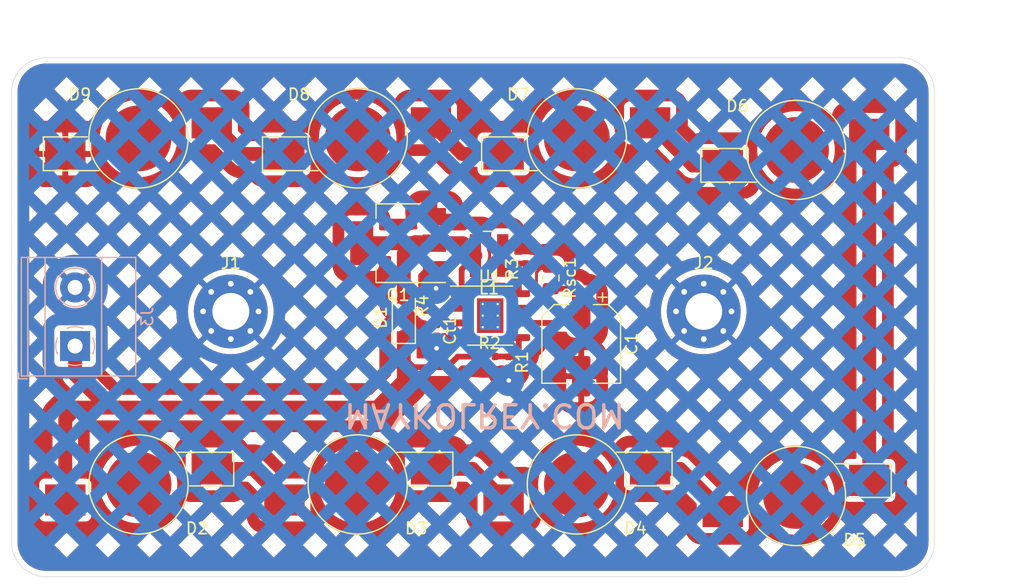
<source format=kicad_pcb>
(kicad_pcb (version 20211014) (generator pcbnew)
  (layers (0 "F.Cu" signal) (31 "B.Cu" signal) (34 "B.Paste" user) (35 "F.Paste" user) (36 "B.SilkS" user "B.Silkscreen") (37 "F.SilkS" user "F.Silkscreen") (38 "B.Mask" user) (39 "F.Mask" user) (44 "Edge.Cuts" user))
  (net 0 "")
  (net 1 "/Vin")
  (net 2 "GND")
  (net 3 "Net-(Ct1-Pad1)")
  (net 4 "Net-(D1-Pad2)")
  (net 5 "Net-(D2-Pad1)")
  (net 6 "Net-(D3-Pad1)")
  (net 7 "Net-(D4-Pad1)")
  (net 8 "Net-(D5-Pad1)")
  (net 9 "Net-(D6-Pad1)")
  (net 10 "Net-(D7-Pad1)")
  (net 11 "Net-(D8-Pad1)")
  (net 12 "Net-(L1-Pad1)")
  (net 13 "Net-(Q1-Pad1)")
  (net 14 "/V-SENSE")
  (net 15 "Net-(R3-Pad1)")
  (net 16 "VCC")
  (footprint "Capacitor_SMD:CP_Elec_6.3x5.2" (layer "F.Cu") (at 149.38 68.815 -90)
    (fp_text reference "C1" (at 0 -4.35 90) (layer "F.SilkS"))
    (fp_text value "100uF")
    (fp_line (start -3.41 -2.345563) (end -3.41 -1.06) (layer "F.SilkS") (width 0.12))
    (fp_line (start -3.41 2.345563) (end -2.345563 3.41) (layer "F.SilkS") (width 0.12))
    (fp_line (start 3.41 3.41) (end 3.41 1.06) (layer "F.SilkS") (width 0.12))
    (fp_line (start -3.41 -2.345563) (end -2.345563 -3.41) (layer "F.SilkS") (width 0.12))
    (fp_line (start -3.41 2.345563) (end -3.41 1.06) (layer "F.SilkS") (width 0.12))
    (fp_line (start 3.41 -3.41) (end 3.41 -1.06) (layer "F.SilkS") (width 0.12))
    (fp_line (start -4.04375 -2.24125) (end -4.04375 -1.45375) (layer "F.SilkS") (width 0.12))
    (fp_line (start -4.4375 -1.8475) (end -3.65 -1.8475) (layer "F.SilkS") (width 0.12))
    (fp_line (start -2.345563 -3.41) (end 3.41 -3.41) (layer "F.SilkS") (width 0.12))
    (fp_line (start -2.345563 3.41) (end 3.41 3.41) (layer "F.SilkS") (width 0.12))
    (pad "1" smd roundrect locked (at -2.8 0 270) (size 3.5 1.6) (layers "F.Cu" "F.Paste" "F.Mask") (roundrect_rratio 0.15625) (net 1 "/Vin"))
    (pad "2" smd roundrect locked (at 2.8 0 270) (size 3.5 1.6) (layers "F.Cu" "F.Paste" "F.Mask") (roundrect_rratio 0.15625) (net 2 "GND"))
  )
  (footprint "Capacitor_SMD:C_0402_1005Metric" (layer "F.Cu") (at 136.83 67.645 -90)
    (fp_text reference "Ct1" (at 0 -1.17 90) (layer "F.SilkS"))
    (fp_text value "560pF")
    (pad "1" smd roundrect locked (at -0.485 0 270) (size 0.59 0.64) (layers "F.Cu" "F.Paste" "F.Mask") (net 3 "Net-(Ct1-Pad1)"))
    (pad "2" smd roundrect locked (at 0.485 0 270) (size 0.59 0.64) (layers "F.Cu" "F.Paste" "F.Mask") (net 2 "GND"))
  )
  (footprint "Diode_SMD:D_SOD-123" (layer "F.Cu") (at 134 66.525 90)
    (fp_text reference "D1" (at 0 -2 90) (layer "F.SilkS"))
    (fp_text value "1N5819")
    (fp_line (start -2.25 1) (end 1.65 1) (layer "F.SilkS") (width 0.12))
    (fp_line (start -2.25 -1) (end -2.25 1) (layer "F.SilkS") (width 0.12))
    (fp_line (start -2.25 -1) (end 1.65 -1) (layer "F.SilkS") (width 0.12))
    (pad "1" smd rect locked (at -1.65 0 90) (size 0.9 1.2) (layers "F.Cu" "F.Paste" "F.Mask") (net 16 "VCC"))
    (pad "2" smd rect locked (at 1.65 0 90) (size 0.9 1.2) (layers "F.Cu" "F.Paste" "F.Mask") (net 4 "Net-(D1-Pad2)"))
  )
  (footprint "LED_SMD:LED_1W_3W_R8" (layer "F.Cu") (at 111 81 180)
    (fp_text reference "D2" (at -5.08 -3.81) (layer "F.SilkS"))
    (fp_text value "LED_1W")
    (fp_line (start -8.255 -0.127) (end -8.255 2.794) (layer "F.SilkS") (width 0.12))
    (fp_line (start -4.445 -0.127) (end -8.255 -0.127) (layer "F.SilkS") (width 0.12))
    (fp_line (start -8.255 2.794) (end -3.429 2.794) (layer "F.SilkS") (width 0.12))
    (fp_circle (center 0 0) (end -4.3 0) (layer "F.SilkS") (width 0.12) (fill none))
    (pad "1" smd rect locked (at -6.35 1.35 180) (size 3.5 2.7) (layers "F.Cu" "F.Paste" "F.Mask") (net 5 "Net-(D2-Pad1)"))
    (pad "2" smd rect locked (at 6.35 -1.35 180) (size 3.5 2.7) (layers "F.Cu" "F.Paste" "F.Mask") (net 16 "VCC"))
    (pad "3" smd circle locked (at 0 0 180) (size 5.7 5.7) (layers "F.Cu" "F.Paste" "F.Mask"))
  )
  (footprint "LED_SMD:LED_1W_3W_R8" (layer "F.Cu") (at 130 81 180)
    (fp_text reference "D3" (at -5.08 -3.81) (layer "F.SilkS"))
    (fp_text value "LED_1W")
    (fp_line (start -8.255 -0.127) (end -8.255 2.794) (layer "F.SilkS") (width 0.12))
    (fp_line (start -8.255 2.794) (end -3.429 2.794) (layer "F.SilkS") (width 0.12))
    (fp_line (start -4.445 -0.127) (end -8.255 -0.127) (layer "F.SilkS") (width 0.12))
    (fp_circle (center 0 0) (end -4.3 0) (layer "F.SilkS") (width 0.12) (fill none))
    (pad "1" smd rect locked (at -6.35 1.35 180) (size 3.5 2.7) (layers "F.Cu" "F.Paste" "F.Mask") (net 6 "Net-(D3-Pad1)"))
    (pad "2" smd rect locked (at 6.35 -1.35 180) (size 3.5 2.7) (layers "F.Cu" "F.Paste" "F.Mask") (net 5 "Net-(D2-Pad1)"))
    (pad "3" smd circle locked (at 0 0 180) (size 5.7 5.7) (layers "F.Cu" "F.Paste" "F.Mask"))
  )
  (footprint "LED_SMD:LED_1W_3W_R8" (layer "F.Cu") (at 149 81 180)
    (fp_text reference "D4" (at -5.08 -3.81) (layer "F.SilkS"))
    (fp_text value "LED_1W")
    (fp_line (start -4.445 -0.127) (end -8.255 -0.127) (layer "F.SilkS") (width 0.12))
    (fp_line (start -8.255 -0.127) (end -8.255 2.794) (layer "F.SilkS") (width 0.12))
    (fp_line (start -8.255 2.794) (end -3.429 2.794) (layer "F.SilkS") (width 0.12))
    (fp_circle (center 0 0) (end -4.3 0) (layer "F.SilkS") (width 0.12) (fill none))
    (pad "1" smd rect locked (at -6.35 1.35 180) (size 3.5 2.7) (layers "F.Cu" "F.Paste" "F.Mask") (net 7 "Net-(D4-Pad1)"))
    (pad "2" smd rect locked (at 6.35 -1.35 180) (size 3.5 2.7) (layers "F.Cu" "F.Paste" "F.Mask") (net 6 "Net-(D3-Pad1)"))
    (pad "3" smd circle locked (at 0 0 180) (size 5.7 5.7) (layers "F.Cu" "F.Paste" "F.Mask"))
  )
  (footprint "LED_SMD:LED_1W_3W_R8" (layer "F.Cu") (at 168 82 180)
    (fp_text reference "D5" (at -5.08 -3.81) (layer "F.SilkS"))
    (fp_text value "LED_1W")
    (fp_line (start -8.255 2.794) (end -3.429 2.794) (layer "F.SilkS") (width 0.12))
    (fp_line (start -4.445 -0.127) (end -8.255 -0.127) (layer "F.SilkS") (width 0.12))
    (fp_line (start -8.255 -0.127) (end -8.255 2.794) (layer "F.SilkS") (width 0.12))
    (fp_circle (center 0 0) (end -4.3 0) (layer "F.SilkS") (width 0.12) (fill none))
    (pad "1" smd rect locked (at -6.35 1.35 180) (size 3.5 2.7) (layers "F.Cu" "F.Paste" "F.Mask") (net 8 "Net-(D5-Pad1)"))
    (pad "2" smd rect locked (at 6.35 -1.35 180) (size 3.5 2.7) (layers "F.Cu" "F.Paste" "F.Mask") (net 7 "Net-(D4-Pad1)"))
    (pad "3" smd circle locked (at 0 0 180) (size 5.7 5.7) (layers "F.Cu" "F.Paste" "F.Mask"))
  )
  (footprint "LED_SMD:LED_1W_3W_R8" (layer "F.Cu") (at 168 52)
    (fp_text reference "D6" (at -5.08 -3.81 180) (layer "F.SilkS"))
    (fp_text value "LED_1W")
    (fp_line (start -8.255 2.794) (end -3.429 2.794) (layer "F.SilkS") (width 0.12))
    (fp_line (start -8.255 -0.127) (end -8.255 2.794) (layer "F.SilkS") (width 0.12))
    (fp_line (start -4.445 -0.127) (end -8.255 -0.127) (layer "F.SilkS") (width 0.12))
    (fp_circle (center 0 0) (end -4.3 0) (layer "F.SilkS") (width 0.12) (fill none))
    (pad "1" smd rect locked (at -6.35 1.35) (size 3.5 2.7) (layers "F.Cu" "F.Paste" "F.Mask") (net 9 "Net-(D6-Pad1)"))
    (pad "2" smd rect locked (at 6.35 -1.35) (size 3.5 2.7) (layers "F.Cu" "F.Paste" "F.Mask") (net 8 "Net-(D5-Pad1)"))
    (pad "3" smd circle locked (at 0 0) (size 5.7 5.7) (layers "F.Cu" "F.Paste" "F.Mask"))
  )
  (footprint "LED_SMD:LED_1W_3W_R8" (layer "F.Cu") (at 149 51)
    (fp_text reference "D7" (at -5.08 -3.81 180) (layer "F.SilkS"))
    (fp_text value "LED_1W")
    (fp_line (start -8.255 -0.127) (end -8.255 2.794) (layer "F.SilkS") (width 0.12))
    (fp_line (start -8.255 2.794) (end -3.429 2.794) (layer "F.SilkS") (width 0.12))
    (fp_line (start -4.445 -0.127) (end -8.255 -0.127) (layer "F.SilkS") (width 0.12))
    (fp_circle (center 0 0) (end -4.3 0) (layer "F.SilkS") (width 0.12) (fill none))
    (pad "1" smd rect locked (at -6.35 1.35) (size 3.5 2.7) (layers "F.Cu" "F.Paste" "F.Mask") (net 10 "Net-(D7-Pad1)"))
    (pad "2" smd rect locked (at 6.35 -1.35) (size 3.5 2.7) (layers "F.Cu" "F.Paste" "F.Mask") (net 9 "Net-(D6-Pad1)"))
    (pad "3" smd circle locked (at 0 0) (size 5.7 5.7) (layers "F.Cu" "F.Paste" "F.Mask"))
  )
  (footprint "LED_SMD:LED_1W_3W_R8" (layer "F.Cu") (at 130 51)
    (fp_text reference "D8" (at -5.08 -3.81) (layer "F.SilkS"))
    (fp_text value "LED_1W")
    (fp_line (start -8.255 2.794) (end -3.429 2.794) (layer "F.SilkS") (width 0.12))
    (fp_line (start -4.445 -0.127) (end -8.255 -0.127) (layer "F.SilkS") (width 0.12))
    (fp_line (start -8.255 -0.127) (end -8.255 2.794) (layer "F.SilkS") (width 0.12))
    (fp_circle (center 0 0) (end -4.3 0) (layer "F.SilkS") (width 0.12) (fill none))
    (pad "1" smd rect locked (at -6.35 1.35) (size 3.5 2.7) (layers "F.Cu" "F.Paste" "F.Mask") (net 11 "Net-(D8-Pad1)"))
    (pad "2" smd rect locked (at 6.35 -1.35) (size 3.5 2.7) (layers "F.Cu" "F.Paste" "F.Mask") (net 10 "Net-(D7-Pad1)"))
    (pad "3" smd circle locked (at 0 0) (size 5.7 5.7) (layers "F.Cu" "F.Paste" "F.Mask"))
  )
  (footprint "Inductor_SMD:L_Wuerth_MAPI-4030" (layer "F.Cu") (at 141.39 61.155 180)
    (fp_text reference "L1" (at 0 -2.85) (layer "F.SilkS"))
    (fp_text value "50uH")
    (fp_line (start -0.495 2.1) (end 0.495 2.1) (layer "F.SilkS") (width 0.12))
    (fp_line (start -0.495 -2.1) (end 0.495 -2.1) (layer "F.SilkS") (width 0.12))
    (pad "1" smd rect locked (at -1.185 0 180) (size 0.98 3.7) (layers "F.Cu" "F.Paste" "F.Mask") (net 12 "Net-(L1-Pad1)"))
    (pad "2" smd rect locked (at 1.185 0 180) (size 0.98 3.7) (layers "F.Cu" "F.Paste" "F.Mask") (net 4 "Net-(D1-Pad2)"))
  )
  (footprint "Resistor_SMD:R_0402_1005Metric" (layer "F.Cu") (at 143.08 70.415 -90)
    (fp_text reference "R1" (at 0 -1.17 90) (layer "F.SilkS"))
    (fp_text value "5.2K")
    (pad "1" smd roundrect locked (at -0.485 0 270) (size 0.59 0.64) (layers "F.Cu" "F.Paste" "F.Mask") (net 14 "/V-SENSE"))
    (pad "2" smd roundrect locked (at 0.485 0 270) (size 0.59 0.64) (layers "F.Cu" "F.Paste" "F.Mask") (net 2 "GND"))
  )
  (footprint "Resistor_SMD:R_0402_1005Metric" (layer "F.Cu") (at 141.43 69.905)
    (fp_text reference "R2" (at 0 -1.17) (layer "F.SilkS"))
    (fp_text value "100K")
    (pad "1" smd roundrect locked (at -0.485 0) (size 0.59 0.64) (layers "F.Cu" "F.Paste" "F.Mask") (net 16 "VCC"))
    (pad "2" smd roundrect locked (at 0.485 0) (size 0.59 0.64) (layers "F.Cu" "F.Paste" "F.Mask") (net 14 "/V-SENSE"))
  )
  (footprint "Resistor_SMD:R_0402_1005Metric" (layer "F.Cu") (at 136.79 65.535 90)
    (fp_text reference "R4" (at 0 -1.17 90) (layer "F.SilkS"))
    (fp_text value "R")
    (pad "1" smd roundrect locked (at -0.485 0 90) (size 0.59 0.64) (layers "F.Cu" "F.Paste" "F.Mask") (net 13 "Net-(Q1-Pad1)"))
    (pad "2" smd roundrect locked (at 0.485 0 90) (size 0.59 0.64) (layers "F.Cu" "F.Paste" "F.Mask") (net 2 "GND"))
  )
  (footprint "Resistor_SMD:R_0805_2012Metric" (layer "F.Cu") (at 146.74 63.095 -90)
    (fp_text reference "Rsc1" (at 0 -1.65 90) (layer "F.SilkS"))
    (fp_text value "0.11")
    (fp_line (start -0.258578 -0.71) (end 0.258578 -0.71) (layer "F.SilkS") (width 0.12))
    (fp_line (start -0.258578 0.71) (end 0.258578 0.71) (layer "F.SilkS") (width 0.12))
    (pad "1" smd roundrect locked (at -0.9375 0 270) (size 0.975 1.4) (layers "F.Cu" "F.Paste" "F.Mask") (net 12 "Net-(L1-Pad1)"))
    (pad "2" smd roundrect locked (at 0.9375 0 270) (size 0.975 1.4) (layers "F.Cu" "F.Paste" "F.Mask") (net 1 "/Vin"))
  )
  (footprint "Package_SO:SOIC-8-1EP_3.9x4.9mm_P1.27mm_EP2.29x3mm_ThermalVias" (layer "F.Cu") (at 141.49 66.365)
    (fp_text reference "U1" (at 0 -3.4) (layer "F.SilkS"))
    (fp_text value "MC34063")
    (fp_line (start 0 -2.56) (end -3.45 -2.56) (layer "F.SilkS") (width 0.12))
    (fp_line (start 0 -2.56) (end 1.95 -2.56) (layer "F.SilkS") (width 0.12))
    (fp_line (start 0 2.56) (end -1.95 2.56) (layer "F.SilkS") (width 0.12))
    (fp_line (start 0 2.56) (end 1.95 2.56) (layer "F.SilkS") (width 0.12))
    (pad "1" smd roundrect locked (at -2.475 -1.905) (size 1.95 0.6) (layers "F.Cu" "F.Paste" "F.Mask") (net 4 "Net-(D1-Pad2)"))
    (pad "2" smd roundrect locked (at -2.475 -0.635) (size 1.95 0.6) (layers "F.Cu" "F.Paste" "F.Mask") (net 13 "Net-(Q1-Pad1)"))
    (pad "3" smd roundrect locked (at -2.475 0.635) (size 1.95 0.6) (layers "F.Cu" "F.Paste" "F.Mask") (net 3 "Net-(Ct1-Pad1)"))
    (pad "4" smd roundrect locked (at -2.475 1.905) (size 1.95 0.6) (layers "F.Cu" "F.Paste" "F.Mask") (net 2 "GND"))
    (pad "5" smd roundrect locked (at 2.475 1.905) (size 1.95 0.6) (layers "F.Cu" "F.Paste" "F.Mask") (net 14 "/V-SENSE"))
    (pad "6" smd roundrect locked (at 2.475 0.635) (size 1.95 0.6) (layers "F.Cu" "F.Paste" "F.Mask") (net 1 "/Vin"))
    (pad "7" smd roundrect locked (at 2.475 -0.635) (size 1.95 0.6) (layers "F.Cu" "F.Paste" "F.Mask") (net 12 "Net-(L1-Pad1)"))
    (pad "8" smd roundrect locked (at 2.475 -1.905) (size 1.95 0.6) (layers "F.Cu" "F.Paste" "F.Mask") (net 15 "Net-(R3-Pad1)"))
    (pad "9" smd rect locked (at 0 0) (size 1.8 2.5) (layers "B.Cu"))
    (pad "9" smd rect locked (at 0 0) (size 2.29 3) (layers "F.Cu" "F.Mask"))
    (pad "9" thru_hole circle locked (at -0.65 0) (size 0.5 0.5) (drill 0.2) (layers *.Cu))
    (pad "9" thru_hole circle locked (at 0.65 1) (size 0.5 0.5) (drill 0.2) (layers *.Cu))
    (pad "9" thru_hole circle locked (at 0.65 -1) (size 0.5 0.5) (drill 0.2) (layers *.Cu))
    (pad "9" thru_hole circle locked (at -0.65 1) (size 0.5 0.5) (drill 0.2) (layers *.Cu))
    (pad "9" thru_hole circle locked (at -0.65 -1) (size 0.5 0.5) (drill 0.2) (layers *.Cu))
    (pad "9" thru_hole circle locked (at 0.65 0) (size 0.5 0.5) (drill 0.2) (layers *.Cu))
  )
  (footprint "LED_SMD:LED_1W_3W_R8" (layer "F.Cu") (at 111 51)
    (fp_text reference "D9" (at -5.08 -3.81) (layer "F.SilkS"))
    (fp_text value "LED_1W")
    (fp_line (start -8.255 -0.127) (end -8.255 2.794) (layer "F.SilkS") (width 0.12))
    (fp_line (start -8.255 2.794) (end -3.429 2.794) (layer "F.SilkS") (width 0.12))
    (fp_line (start -4.445 -0.127) (end -8.255 -0.127) (layer "F.SilkS") (width 0.12))
    (fp_circle (center 0 0) (end -4.3 0) (layer "F.SilkS") (width 0.12) (fill none))
    (pad "1" smd rect locked (at -6.35 1.35) (size 3.5 2.7) (layers "F.Cu" "F.Paste" "F.Mask") (net 2 "GND"))
    (pad "2" smd rect locked (at 6.35 -1.35) (size 3.5 2.7) (layers "F.Cu" "F.Paste" "F.Mask") (net 11 "Net-(D8-Pad1)"))
    (pad "3" smd circle locked (at 0 0) (size 5.7 5.7) (layers "F.Cu" "F.Paste" "F.Mask"))
  )
  (footprint "Resistor_SMD:R_0402_1005Metric" (layer "F.Cu") (at 144.56 62.335 90)
    (fp_text reference "R3" (at 0 -1.17 90) (layer "F.SilkS"))
    (fp_text value "180")
    (pad "1" smd roundrect locked (at -0.485 0 90) (size 0.59 0.64) (layers "F.Cu" "F.Paste" "F.Mask") (net 15 "Net-(R3-Pad1)"))
    (pad "2" smd roundrect locked (at 0.485 0 90) (size 0.59 0.64) (layers "F.Cu" "F.Paste" "F.Mask") (net 12 "Net-(L1-Pad1)"))
  )
  (footprint "Package_TO_SOT_SMD:SOT-223-3_TabPin2" (layer "F.Cu") (at 133.5 60.085 180)
    (fp_text reference "Q1" (at 0 -4.5) (layer "F.SilkS"))
    (fp_text value "NJT4031NT1G")
    (fp_line (start 1.91 3.41) (end 1.91 2.15) (layer "F.SilkS") (width 0.12))
    (fp_line (start -1.85 3.41) (end 1.91 3.41) (layer "F.SilkS") (width 0.12))
    (fp_line (start 1.91 -3.41) (end 1.91 -2.15) (layer "F.SilkS") (width 0.12))
    (fp_line (start -4.1 -3.41) (end 1.91 -3.41) (layer "F.SilkS") (width 0.12))
    (pad "1" smd rect locked (at -3.15 -2.3 180) (size 2 1.5) (layers "F.Cu" "F.Paste" "F.Mask") (net 13 "Net-(Q1-Pad1)"))
    (pad "2" smd rect locked (at 3.15 0 180) (size 2 3.8) (layers "F.Cu" "F.Paste" "F.Mask") (net 4 "Net-(D1-Pad2)"))
    (pad "2" smd rect locked (at -3.15 0 180) (size 2 1.5) (layers "F.Cu" "F.Paste" "F.Mask") (net 4 "Net-(D1-Pad2)"))
    (pad "3" smd rect locked (at -3.15 2.3 180) (size 2 1.5) (layers "F.Cu" "F.Paste" "F.Mask") (net 2 "GND"))
  )
  (footprint "MountingHole:MountingHole_3.2mm_M3_Pad_Via" (layer "F.Cu") (at 119 66)
    (fp_text reference "J1" (at 0 -4.2) (layer "F.SilkS"))
    (fp_text value "H")
    (pad "1" thru_hole circle locked (at -1.697056 -1.697056) (size 0.8 0.8) (drill 0.5) (layers *.Cu *.Mask) (net 2 "GND"))
    (pad "1" thru_hole circle locked (at 0 0) (size 6.4 6.4) (drill 3.2) (layers *.Cu *.Mask) (net 2 "GND"))
    (pad "1" thru_hole circle locked (at 0 -2.4) (size 0.8 0.8) (drill 0.5) (layers *.Cu *.Mask) (net 2 "GND"))
    (pad "1" thru_hole circle locked (at 1.697056 1.697056) (size 0.8 0.8) (drill 0.5) (layers *.Cu *.Mask) (net 2 "GND"))
    (pad "1" thru_hole circle locked (at -2.4 0) (size 0.8 0.8) (drill 0.5) (layers *.Cu *.Mask) (net 2 "GND"))
    (pad "1" thru_hole circle locked (at -1.697056 1.697056) (size 0.8 0.8) (drill 0.5) (layers *.Cu *.Mask) (net 2 "GND"))
    (pad "1" thru_hole circle locked (at 2.4 0) (size 0.8 0.8) (drill 0.5) (layers *.Cu *.Mask) (net 2 "GND"))
    (pad "1" thru_hole circle locked (at 1.697056 -1.697056) (size 0.8 0.8) (drill 0.5) (layers *.Cu *.Mask) (net 2 "GND"))
    (pad "1" thru_hole circle locked (at 0 2.4) (size 0.8 0.8) (drill 0.5) (layers *.Cu *.Mask) (net 2 "GND"))
  )
  (footprint "MountingHole:MountingHole_3.2mm_M3_Pad_Via" (layer "F.Cu") (at 160 66)
    (fp_text reference "J2" (at 0 -4.2) (layer "F.SilkS"))
    (fp_text value "H")
    (pad "1" thru_hole circle locked (at 0 0) (size 6.4 6.4) (drill 3.2) (layers *.Cu *.Mask) (net 2 "GND"))
    (pad "1" thru_hole circle locked (at 1.697056 1.697056) (size 0.8 0.8) (drill 0.5) (layers *.Cu *.Mask) (net 2 "GND"))
    (pad "1" thru_hole circle locked (at 2.4 0) (size 0.8 0.8) (drill 0.5) (layers *.Cu *.Mask) (net 2 "GND"))
    (pad "1" thru_hole circle locked (at -1.697056 -1.697056) (size 0.8 0.8) (drill 0.5) (layers *.Cu *.Mask) (net 2 "GND"))
    (pad "1" thru_hole circle locked (at 0 2.4) (size 0.8 0.8) (drill 0.5) (layers *.Cu *.Mask) (net 2 "GND"))
    (pad "1" thru_hole circle locked (at 0 -2.4) (size 0.8 0.8) (drill 0.5) (layers *.Cu *.Mask) (net 2 "GND"))
    (pad "1" thru_hole circle locked (at 1.697056 -1.697056) (size 0.8 0.8) (drill 0.5) (layers *.Cu *.Mask) (net 2 "GND"))
    (pad "1" thru_hole circle locked (at -2.4 0) (size 0.8 0.8) (drill 0.5) (layers *.Cu *.Mask) (net 2 "GND"))
    (pad "1" thru_hole circle locked (at -1.697056 1.697056) (size 0.8 0.8) (drill 0.5) (layers *.Cu *.Mask) (net 2 "GND"))
  )
  (footprint "TerminalBlock_Phoenix:TerminalBlock_Phoenix_MKDS-1,5-2-5.08_1x02_P5.08mm_Horizontal" (layer "B.Cu") (at 105.5 69 90)
    (fp_text reference "J3" (at 2.54 6.26 90) (layer "B.SilkS") (effects (justify mirror)))
    (fp_text value "BAT")
    (fp_line (start -2.84 -4.16) (end -2.84 -4.9) (layer "B.SilkS") (width 0.12))
    (fp_line (start -2.6 2.301) (end 7.68 2.301) (layer "B.SilkS") (width 0.12))
    (fp_line (start 3.853 -1.023) (end 3.806 -1.069) (layer "B.SilkS") (width 0.12))
    (fp_line (start 6.355 1.069) (end 6.308 1.023) (layer "B.SilkS") (width 0.12))
    (fp_line (start -2.6 5.261) (end -2.6 -4.66) (layer "B.SilkS") (width 0.12))
    (fp_line (start 4.046 -1.239) (end 4.011 -1.274) (layer "B.SilkS") (width 0.12))
    (fp_line (start 7.68 5.261) (end 7.68 -4.66) (layer "B.SilkS") (width 0.12))
    (fp_line (start -2.6 -4.66) (end 7.68 -4.66) (layer "B.SilkS") (width 0.12))
    (fp_line (start -2.6 -2.6) (end 7.68 -2.6) (layer "B.SilkS") (width 0.12))
    (fp_line (start -2.84 -4.9) (end -2.34 -4.9) (layer "B.SilkS") (width 0.12))
    (fp_line (start 6.15 1.275) (end 6.115 1.239) (layer "B.SilkS") (width 0.12))
    (fp_line (start -2.6 5.261) (end 7.68 5.261) (layer "B.SilkS") (width 0.12))
    (fp_line (start -2.6 -4.1) (end 7.68 -4.1) (layer "B.SilkS") (width 0.12))
    (fp_arc (start 1.535 -0.684) (mid 1.6805 -0.000524) (end 1.535427 0.683042) (layer "B.SilkS") (width 0.12))
    (fp_arc (start 0.684 1.535) (mid 0.000524 1.680501) (end -0.683042 1.535427) (layer "B.SilkS") (width 0.12))
    (fp_arc (start -1.535 0.684) (mid -1.680501 0.000524) (end -1.535427 -0.683042) (layer "B.SilkS") (width 0.12))
    (fp_arc (start 0 -1.68) (mid 0.349292 -1.643288) (end 0.683318 -1.534756) (layer "B.SilkS") (width 0.12))
    (fp_arc (start -0.684 -1.535) (mid -0.335551 -1.646659) (end 0.028805 -1.680253) (layer "B.SilkS") (width 0.12))
    (fp_circle (center 5.08 0) (end 6.76 0) (layer "B.SilkS") (width 0.12) (fill none))
    (pad "1" thru_hole rect (at 0 0 90) (size 2.6 2.6) (drill 1.3) (layers *.Cu *.Mask) (net 16 "VCC"))
    (pad "2" thru_hole circle (at 5.08 0 90) (size 2.6 2.6) (drill 1.3) (layers *.Cu *.Mask) (net 2 "GND"))
  )
  (gr_line (start 103 44) (end 177 44) (layer "Edge.Cuts") (width 0.05))
  (gr_line (start 100 86) (end 100 47) (layer "Edge.Cuts") (width 0.05))
  (gr_arc (start 180 86) (mid 179.12132 88.12132) (end 177 89) (layer "Edge.Cuts") (width 0.05))
  (gr_line (start 180 47) (end 180 86) (layer "Edge.Cuts") (width 0.05))
  (gr_line (start 177 89) (end 103 89) (layer "Edge.Cuts") (width 0.05))
  (gr_arc (start 177 44) (mid 179.12132 44.87868) (end 180 47) (layer "Edge.Cuts") (width 0.05))
  (gr_arc (start 103 89) (mid 100.87868 88.12132) (end 100 86) (layer "Edge.Cuts") (width 0.05))
  (gr_arc (start 100 47) (mid 100.87868 44.87868) (end 103 44) (layer "Edge.Cuts") (width 0.05))
  (gr_text "MAYKOLREY.COM" (at 141 75 180) (layer "B.SilkS") (effects (font (size 2 2) (thickness 0.3)) (justify mirror)))
  (segment (start 148.8775 64.0325) (end 149.38 64.535) (width 0.5) (layer "F.Cu") (net 1))
  (segment (start 148.395 67) (end 149.38 66.015) (width 0.5) (layer "F.Cu") (net 1))
  (segment (start 146.74 64.0325) (end 148.8775 64.0325) (width 0.5) (layer "F.Cu") (net 1))
  (segment (start 143.965 67) (end 148.395 67) (width 0.5) (layer "F.Cu") (net 1))
  (segment (start 149.38 64.535) (end 149.38 66.015) (width 0.5) (layer "F.Cu") (net 1))
  (segment (start 136.79 64.01) (end 136.8 64) (width 0.5) (layer "F.Cu") (net 2))
  (segment (start 136.83 68.13) (end 136.83 69.185) (width 0.5) (layer "F.Cu") (net 2))
  (segment (start 136.97 68.27) (end 139.015 68.27) (width 0.5) (layer "F.Cu") (net 2))
  (segment (start 143.08 70.9) (end 143.08 71.965) (width 0.5) (layer "F.Cu") (net 2))
  (segment (start 136.83 68.13) (end 136.97 68.27) (width 0.5) (layer "F.Cu") (net 2))
  (segment (start 136.83 69.185) (end 136.84 69.195) (width 0.5) (layer "F.Cu") (net 2))
  (segment (start 136.79 65.05) (end 136.79 64.01) (width 0.5) (layer "F.Cu") (net 2))
  (segment (start 143.08 71.965) (end 143.1 71.985) (width 0.5) (layer "F.Cu") (net 2))
  (via (at 136.84 69.195) (size 0.8) (drill 0.4) (layers "F.Cu" "B.Cu") (net 2))
  (via (at 143.1 71.985) (size 0.8) (drill 0.4) (layers "F.Cu" "B.Cu") (net 2))
  (via (at 136.8 64) (size 0.8) (drill 0.4) (layers "F.Cu" "B.Cu") (net 2))
  (segment (start 139.015 67) (end 136.99 67) (width 0.5) (layer "F.Cu") (net 3))
  (segment (start 136.99 67) (end 136.83 67.16) (width 0.5) (layer "F.Cu") (net 3))
  (segment (start 134 61) (end 135 60) (width 1.2) (layer "F.Cu") (net 4))
  (segment (start 134 64.875) (end 134 61) (width 1.2) (layer "F.Cu") (net 4))
  (segment (start 130.35 60.085) (end 136.65 60.085) (width 1.2) (layer "F.Cu") (net 4))
  (segment (start 136.65 60.085) (end 139.135 60.085) (width 1.2) (layer "F.Cu") (net 4))
  (segment (start 136.565 60) (end 136.65 60.085) (width 1.2) (layer "F.Cu") (net 4))
  (segment (start 139.015 64.46) (end 139.015 62.345) (width 0.5) (layer "F.Cu") (net 4))
  (segment (start 139.135 60.085) (end 140.205 61.155) (width 1.2) (layer "F.Cu") (net 4))
  (segment (start 135 60) (end 136.565 60) (width 1.2) (layer "F.Cu") (net 4))
  (segment (start 139.015 62.345) (end 140.205 61.155) (width 0.5) (layer "F.Cu") (net 4))
  (segment (start 120.95 79.65) (end 123.65 82.35) (width 1.2) (layer "F.Cu") (net 5))
  (segment (start 117.35 79.65) (end 120.95 79.65) (width 1.2) (layer "F.Cu") (net 5))
  (segment (start 139.95 79.65) (end 142.65 82.35) (width 1.2) (layer "F.Cu") (net 6))
  (segment (start 136.35 79.65) (end 139.95 79.65) (width 1.2) (layer "F.Cu") (net 6))
  (segment (start 155.35 79.65) (end 157.95 79.65) (width 1.2) (layer "F.Cu") (net 7))
  (segment (start 157.95 79.65) (end 161.65 83.35) (width 1.2) (layer "F.Cu") (net 7))
  (segment (start 174.35 80.65) (end 174.35 50.65) (width 1.2) (layer "F.Cu") (net 8))
  (segment (start 161.65 53.35) (end 159.05 53.35) (width 1.2) (layer "F.Cu") (net 9))
  (segment (start 159.05 53.35) (end 155.35 49.65) (width 1.2) (layer "F.Cu") (net 9))
  (segment (start 139.05 52.35) (end 136.35 49.65) (width 1.2) (layer "F.Cu") (net 10))
  (segment (start 142.65 52.35) (end 139.05 52.35) (width 1.2) (layer "F.Cu") (net 10))
  (segment (start 123.65 52.35) (end 120.05 52.35) (width 1.2) (layer "F.Cu") (net 11))
  (segment (start 120.05 52.35) (end 117.35 49.65) (width 1.2) (layer "F.Cu") (net 11))
  (segment (start 143.27 61.85) (end 142.575 61.155) (width 0.5) (layer "F.Cu") (net 12))
  (segment (start 145.34 62.155) (end 145.035 61.85) (width 0.5) (layer "F.Cu") (net 12))
  (segment (start 145.5 65.295) (end 145.5 62.625) (width 0.25) (layer "F.Cu") (net 12))
  (segment (start 143.965 65.73) (end 145.065 65.73) (width 0.25) (layer "F.Cu") (net 12))
  (segment (start 146.74 62.1575) (end 146.7375 62.155) (width 0.5) (layer "F.Cu") (net 12))
  (segment (start 145.065 65.73) (end 145.5 65.295) (width 0.25) (layer "F.Cu") (net 12))
  (segment (start 145.035 61.85) (end 144.56 61.85) (width 0.5) (layer "F.Cu") (net 12))
  (segment (start 145.5 62.625) (end 145.9675 62.1575) (width 0.25) (layer "F.Cu") (net 12))
  (segment (start 144.56 61.85) (end 143.27 61.85) (width 0.5) (layer "F.Cu") (net 12))
  (segment (start 145.9675 62.1575) (end 146.74 62.1575) (width 0.25) (layer "F.Cu") (net 12))
  (segment (start 146.7375 62.155) (end 145.34 62.155) (width 0.5) (layer "F.Cu") (net 12))
  (segment (start 135.92 66.02) (end 135.5 65.6) (width 0.5) (layer "F.Cu") (net 13))
  (segment (start 136.79 66.02) (end 135.92 66.02) (width 0.5) (layer "F.Cu") (net 13))
  (segment (start 135.5 65.6) (end 135.5 62.9) (width 0.5) (layer "F.Cu") (net 13))
  (segment (start 137.575 65.73) (end 139.015 65.73) (width 0.5) (layer "F.Cu") (net 13))
  (segment (start 137.285 66.02) (end 137.575 65.73) (width 0.5) (layer "F.Cu") (net 13))
  (segment (start 136.79 66.02) (end 137.285 66.02) (width 0.5) (layer "F.Cu") (net 13))
  (segment (start 135.5 62.9) (end 136.015 62.385) (width 0.5) (layer "F.Cu") (net 13))
  (segment (start 136.015 62.385) (end 136.65 62.385) (width 0.5) (layer "F.Cu") (net 13))
  (segment (start 141.915 69.905) (end 143.055 69.905) (width 0.5) (layer "F.Cu") (net 14))
  (segment (start 143.08 69.93) (end 143.655 69.93) (width 0.5) (layer "F.Cu") (net 14))
  (segment (start 143.655 69.93) (end 143.965 69.62) (width 0.5) (layer "F.Cu") (net 14))
  (segment (start 143.965 69.62) (end 143.965 68.27) (width 0.5) (layer "F.Cu") (net 14))
  (segment (start 143.055 69.905) (end 143.08 69.93) (width 0.5) (layer "F.Cu") (net 14))
  (segment (start 143.965 63.415) (end 144.56 62.82) (width 0.5) (layer "F.Cu") (net 15))
  (segment (start 143.965 64.46) (end 143.965 63.415) (width 0.5) (layer "F.Cu") (net 15))
  (segment (start 105.66 74.34) (end 109.34 74.34) (width 1.2) (layer "F.Cu") (net 16))
  (segment (start 109.34 74.34) (end 131.66 74.34) (width 1.2) (layer "F.Cu") (net 16))
  (segment (start 134 68.175) (end 134 70) (width 0.5) (layer "F.Cu") (net 16))
  (segment (start 134 72) (end 134 68.175) (width 1.2) (layer "F.Cu") (net 16))
  (segment (start 134.835 70.835) (end 137.750002 70.835) (width 0.5) (layer "F.Cu") (net 16))
  (segment (start 105.5 71.5) (end 108.34 74.34) (width 1.2) (layer "F.Cu") (net 16))
  (segment (start 104.65 82.35) (end 104.65 75.35) (width 1.2) (layer "F.Cu") (net 16))
  (segment (start 104.65 75.35) (end 105.66 74.34) (width 1.2) (layer "F.Cu") (net 16))
  (segment (start 137.750002 70.835) (end 138.665001 69.920001) (width 0.5) (layer "F.Cu") (net 16))
  (segment (start 140.929999 69.920001) (end 140.945 69.905) (width 0.5) (layer "F.Cu") (net 16))
  (segment (start 138.665001 69.920001) (end 140.929999 69.920001) (width 0.5) (layer "F.Cu") (net 16))
  (segment (start 131.66 74.34) (end 134 72) (width 1.2) (layer "F.Cu") (net 16))
  (segment (start 105.5 69) (end 105.5 71.5) (width 1.2) (layer "F.Cu") (net 16))
  (segment (start 134 70) (end 134.835 70.835) (width 0.5) (layer "F.Cu") (net 16))
  (segment (start 108.34 74.34) (end 109.34 74.34) (width 1.2) (layer "F.Cu") (net 16))
  (zone (net 2) (net_name "GND") (layer "F.Cu") (connect_pads (clearance 0.508)) (min_thickness 0.254) (fill yes (mode hatch) (thermal_gap 0.508) (thermal_bridge_width 0.508) (hatch_thickness 1.016) (hatch_gap 1.524) (hatch_orientation 45) (hatch_border_algorithm hatch_thickness) (hatch_min_hole_area 0.3))
    (polygon (pts (xy 181 90) (xy 99 90) (xy 99 43) (xy 181 43)))
  )
  (zone (net 2) (net_name "GND") (layer "B.Cu") (connect_pads (clearance 0.508)) (min_thickness 0.254) (fill yes (mode hatch) (thermal_gap 0.508) (thermal_bridge_width 0.508) (hatch_thickness 1.016) (hatch_gap 1.524) (hatch_orientation 45) (hatch_border_algorithm hatch_thickness) (hatch_min_hole_area 0.3))
    (polygon (pts (xy 181 90) (xy 99 90) (xy 99 43) (xy 181 43)))
  )
)
</source>
